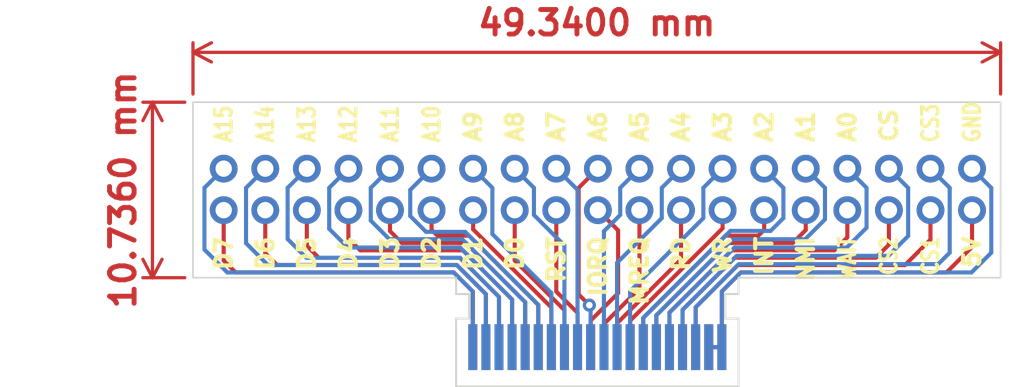
<source format=kicad_pcb>
(kicad_pcb (version 20221018) (generator pcbnew)
  (layers (0 "F.Cu" signal) (31 "B.Cu" signal) (34 "B.Paste" user) (35 "F.Paste" user) (36 "B.SilkS" user "B.Silkscreen") (37 "F.SilkS" user "F.Silkscreen") (38 "B.Mask" user) (39 "F.Mask" user) (44 "Edge.Cuts" user))
  (net 0 "")
  (net 1 "/D7")
  (net 2 "/D6")
  (net 3 "/D5")
  (net 4 "/D4")
  (net 5 "/D3")
  (net 6 "/D2")
  (net 7 "/D1")
  (net 8 "/D0")
  (net 9 "/RST")
  (net 10 "/IORQ")
  (net 11 "/MREQ")
  (net 12 "/RD")
  (net 13 "/WR")
  (net 14 "/INT")
  (net 15 "/NMI")
  (net 16 "/WAIT")
  (net 17 "/IO-CS2")
  (net 18 "/IO-CS1")
  (net 19 "+5V")
  (net 20 "/A15")
  (net 21 "/A14")
  (net 22 "/A13")
  (net 23 "/A12")
  (net 24 "/A11")
  (net 25 "/A10")
  (net 26 "/A9")
  (net 27 "/A8")
  (net 28 "/A7")
  (net 29 "/A6")
  (net 30 "/A5")
  (net 31 "/A4")
  (net 32 "/A3")
  (net 33 "/A2")
  (net 34 "/A1")
  (net 35 "/A0")
  (net 36 "/CS")
  (net 37 "/IO-CS3")
  (net 38 "GND")
  (footprint "Connector_PinHeader_2.54mm:PinHeader_2x19_P2.54mm_Vertical" (layer "F.Cu") (at 82.076 97.536 90)
    (fp_text reference "J2" hide)
    (fp_text value "Conn_02x19_Top_Bottom")
    (pad "1" thru_hole circle (at 0 0 90) (size 1.7 1.7) (drill 1) (layers "*.Cu" "*.Mask") (net 1 "/D7"))
    (pad "2" thru_hole oval (at 2.54 0 90) (size 1.7 1.7) (drill 1) (layers "*.Cu" "*.Mask") (net 20 "/A15"))
    (pad "3" thru_hole oval (at 0 2.54 90) (size 1.7 1.7) (drill 1) (layers "*.Cu" "*.Mask") (net 2 "/D6"))
    (pad "4" thru_hole oval (at 2.54 2.54 90) (size 1.7 1.7) (drill 1) (layers "*.Cu" "*.Mask") (net 21 "/A14"))
    (pad "5" thru_hole oval (at 0 5.08 90) (size 1.7 1.7) (drill 1) (layers "*.Cu" "*.Mask") (net 3 "/D5"))
    (pad "6" thru_hole oval (at 2.54 5.08 90) (size 1.7 1.7) (drill 1) (layers "*.Cu" "*.Mask") (net 22 "/A13"))
    (pad "7" thru_hole oval (at 0 7.62 90) (size 1.7 1.7) (drill 1) (layers "*.Cu" "*.Mask") (net 4 "/D4"))
    (pad "8" thru_hole oval (at 2.54 7.62 90) (size 1.7 1.7) (drill 1) (layers "*.Cu" "*.Mask") (net 23 "/A12"))
    (pad "9" thru_hole oval (at 0 10.16 90) (size 1.7 1.7) (drill 1) (layers "*.Cu" "*.Mask") (net 5 "/D3"))
    (pad "10" thru_hole oval (at 2.54 10.16 90) (size 1.7 1.7) (drill 1) (layers "*.Cu" "*.Mask") (net 24 "/A11"))
    (pad "11" thru_hole oval (at 0 12.7 90) (size 1.7 1.7) (drill 1) (layers "*.Cu" "*.Mask") (net 6 "/D2"))
    (pad "12" thru_hole oval (at 2.54 12.7 90) (size 1.7 1.7) (drill 1) (layers "*.Cu" "*.Mask") (net 25 "/A10"))
    (pad "13" thru_hole oval (at 0 15.24 90) (size 1.7 1.7) (drill 1) (layers "*.Cu" "*.Mask") (net 7 "/D1"))
    (pad "14" thru_hole oval (at 2.54 15.24 90) (size 1.7 1.7) (drill 1) (layers "*.Cu" "*.Mask") (net 26 "/A9"))
    (pad "15" thru_hole oval (at 0 17.78 90) (size 1.7 1.7) (drill 1) (layers "*.Cu" "*.Mask") (net 8 "/D0"))
    (pad "16" thru_hole oval (at 2.54 17.78 90) (size 1.7 1.7) (drill 1) (layers "*.Cu" "*.Mask") (net 27 "/A8"))
    (pad "17" thru_hole oval (at 0 20.32 90) (size 1.7 1.7) (drill 1) (layers "*.Cu" "*.Mask") (net 9 "/RST"))
    (pad "18" thru_hole oval (at 2.54 20.32 90) (size 1.7 1.7) (drill 1) (layers "*.Cu" "*.Mask") (net 28 "/A7"))
    (pad "19" thru_hole oval (at 0 22.86 90) (size 1.7 1.7) (drill 1) (layers "*.Cu" "*.Mask") (net 10 "/IORQ"))
    (pad "20" thru_hole oval (at 2.54 22.86 90) (size 1.7 1.7) (drill 1) (layers "*.Cu" "*.Mask") (net 29 "/A6"))
    (pad "21" thru_hole oval (at 0 25.4 90) (size 1.7 1.7) (drill 1) (layers "*.Cu" "*.Mask") (net 11 "/MREQ"))
    (pad "22" thru_hole oval (at 2.54 25.4 90) (size 1.7 1.7) (drill 1) (layers "*.Cu" "*.Mask") (net 30 "/A5"))
    (pad "23" thru_hole oval (at 0 27.94 90) (size 1.7 1.7) (drill 1) (layers "*.Cu" "*.Mask") (net 12 "/RD"))
    (pad "24" thru_hole oval (at 2.54 27.94 90) (size 1.7 1.7) (drill 1) (layers "*.Cu" "*.Mask") (net 31 "/A4"))
    (pad "25" thru_hole oval (at 0 30.48 90) (size 1.7 1.7) (drill 1) (layers "*.Cu" "*.Mask") (net 13 "/WR"))
    (pad "26" thru_hole oval (at 2.54 30.48 90) (size 1.7 1.7) (drill 1) (layers "*.Cu" "*.Mask") (net 32 "/A3"))
    (pad "27" thru_hole oval (at 0 33.02 90) (size 1.7 1.7) (drill 1) (layers "*.Cu" "*.Mask") (net 14 "/INT"))
    (pad "28" thru_hole oval (at 2.54 33.02 90) (size 1.7 1.7) (drill 1) (layers "*.Cu" "*.Mask") (net 33 "/A2"))
    (pad "29" thru_hole oval (at 0 35.56 90) (size 1.7 1.7) (drill 1) (layers "*.Cu" "*.Mask") (net 15 "/NMI"))
    (pad "30" thru_hole oval (at 2.54 35.56 90) (size 1.7 1.7) (drill 1) (layers "*.Cu" "*.Mask") (net 34 "/A1"))
    (pad "31" thru_hole oval (at 0 38.1 90) (size 1.7 1.7) (drill 1) (layers "*.Cu" "*.Mask") (net 16 "/WAIT"))
    (pad "32" thru_hole oval (at 2.54 38.1 90) (size 1.7 1.7) (drill 1) (layers "*.Cu" "*.Mask") (net 35 "/A0"))
    (pad "33" thru_hole oval (at 0 40.64 90) (size 1.7 1.7) (drill 1) (layers "*.Cu" "*.Mask") (net 17 "/IO-CS2"))
    (pad "34" thru_hole oval (at 2.54 40.64 90) (size 1.7 1.7) (drill 1) (layers "*.Cu" "*.Mask") (net 36 "/CS"))
    (pad "35" thru_hole oval (at 0 43.18 90) (size 1.7 1.7) (drill 1) (layers "*.Cu" "*.Mask") (net 18 "/IO-CS1"))
    (pad "36" thru_hole oval (at 2.54 43.18 90) (size 1.7 1.7) (drill 1) (layers "*.Cu" "*.Mask") (net 37 "/IO-CS3"))
    (pad "37" thru_hole oval (at 0 45.72 90) (size 1.7 1.7) (drill 1) (layers "*.Cu" "*.Mask") (net 19 "+5V"))
    (pad "38" thru_hole oval (at 2.54 45.72 90) (size 1.7 1.7) (drill 1) (layers "*.Cu" "*.Mask") (net 38 "GND"))
  )
  (footprint "Connector_Edge:40-pin-edgeconnector" (layer "F.Cu") (at 104.902 103.378)
    (fp_text reference "J1" hide)
    (fp_text value "Conn_02x20_Top_Bottom" hide)
    (fp_line (start -8.625 -0.71) (end -8.625 -1.71) (stroke (width 0.12)) (layer "Edge.Cuts"))
    (fp_line (start -8.625 0.79) (end -7.825 0.79) (stroke (width 0.12)) (layer "Edge.Cuts"))
    (fp_line (start -8.625 4.94) (end -8.625 0.79) (stroke (width 0.12)) (layer "Edge.Cuts"))
    (fp_line (start -8.625 4.94) (end 8.625 4.94) (stroke (width 0.12)) (layer "Edge.Cuts"))
    (fp_line (start -7.825 -0.71) (end -8.625 -0.71) (stroke (width 0.12)) (layer "Edge.Cuts"))
    (fp_line (start -7.825 0.79) (end -7.825 -0.71) (stroke (width 0.12)) (layer "Edge.Cuts"))
    (fp_line (start 7.825 -0.71) (end 8.625 -0.71) (stroke (width 0.12)) (layer "Edge.Cuts"))
    (fp_line (start 7.825 0.79) (end 7.825 -0.71) (stroke (width 0.12)) (layer "Edge.Cuts"))
    (fp_line (start 8.625 -0.71) (end 8.625 -1.71) (stroke (width 0.12)) (layer "Edge.Cuts"))
    (fp_line (start 8.625 0.79) (end 7.825 0.79) (stroke (width 0.12)) (layer "Edge.Cuts"))
    (fp_line (start 8.625 4.94) (end 8.625 0.79) (stroke (width 0.12)) (layer "Edge.Cuts"))
    (pad "1" smd rect (at -7.605 2.54 90) (size 2.8 0.55) (layers "F.Cu" "F.Paste" "F.Mask") (net 1 "/D7"))
    (pad "2" smd rect (at -6.805 2.54 90) (size 2.8 0.55) (layers "F.Cu" "F.Paste" "F.Mask") (net 2 "/D6"))
    (pad "3" smd rect (at -6.005 2.54 90) (size 2.8 0.55) (layers "F.Cu" "F.Paste" "F.Mask") (net 3 "/D5"))
    (pad "4" smd rect (at -5.205 2.54 90) (size 2.8 0.55) (layers "F.Cu" "F.Paste" "F.Mask") (net 4 "/D4"))
    (pad "5" smd rect (at -4.405 2.54 90) (size 2.8 0.55) (layers "F.Cu" "F.Paste" "F.Mask") (net 5 "/D3"))
    (pad "6" smd rect (at -3.605 2.54 90) (size 2.8 0.55) (layers "F.Cu" "F.Paste" "F.Mask") (net 6 "/D2"))
    (pad "7" smd rect (at -2.805 2.54 90) (size 2.8 0.55) (layers "F.Cu" "F.Paste" "F.Mask") (net 7 "/D1"))
    (pad "8" smd rect (at -2.005 2.54 90) (size 2.8 0.55) (layers "F.Cu" "F.Paste" "F.Mask") (net 8 "/D0"))
    (pad "9" smd rect (at -1.205 2.54 90) (size 2.8 0.55) (layers "F.Cu" "F.Paste" "F.Mask") (net 9 "/RST"))
    (pad "10" smd rect (at -0.405 2.54 90) (size 2.8 0.55) (layers "F.Cu" "F.Paste" "F.Mask") (net 10 "/IORQ"))
    (pad "11" smd rect (at 0.41 2.54 90) (size 2.8 0.55) (layers "F.Cu" "F.Paste" "F.Mask") (net 11 "/MREQ"))
    (pad "12" smd rect (at 1.21 2.54 90) (size 2.8 0.55) (layers "F.Cu" "F.Paste" "F.Mask") (net 12 "/RD"))
    (pad "13" smd rect (at 2.01 2.54 90) (size 2.8 0.55) (layers "F.Cu" "F.Paste" "F.Mask") (net 13 "/WR"))
    (pad "14" smd rect (at 2.81 2.54 90) (size 2.8 0.55) (layers "F.Cu" "F.Paste" "F.Mask") (net 14 "/INT"))
    (pad "15" smd rect (at 3.61 2.54 90) (size 2.8 0.55) (layers "F.Cu" "F.Paste" "F.Mask") (net 15 "/NMI"))
    (pad "16" smd rect (at 4.41 2.54 90) (size 2.8 0.55) (layers "F.Cu" "F.Paste" "F.Mask") (net 16 "/WAIT"))
    (pad "17" smd rect (at 5.21 2.54 90) (size 2.8 0.55) (layers "F.Cu" "F.Paste" "F.Mask") (net 17 "/IO-CS2"))
    (pad "18" smd rect (at 6.01 2.54 90) (size 2.8 0.55) (layers "F.Cu" "F.Paste" "F.Mask") (net 18 "/IO-CS1"))
    (pad "19" smd rect (at 6.81 2.54 90) (size 2.8 0.55) (layers "F.Cu" "F.Paste" "F.Mask") (net 19 "+5V"))
    (pad "20" smd rect (at 7.61 2.54 90) (size 2.8 0.55) (layers "F.Cu" "F.Paste" "F.Mask") (net 19 "+5V"))
    (pad "21" smd rect (at -7.61 2.54 270) (size 2.8 0.55) (layers "B.Cu" "B.Paste" "B.Mask") (net 20 "/A15"))
    (pad "22" smd rect (at -6.81 2.54 270) (size 2.8 0.55) (layers "B.Cu" "B.Paste" "B.Mask") (net 21 "/A14"))
    (pad "23" smd rect (at -6.01 2.54 270) (size 2.8 0.55) (layers "B.Cu" "B.Paste" "B.Mask") (net 22 "/A13"))
    (pad "24" smd rect (at -5.21 2.54 270) (size 2.8 0.55) (layers "B.Cu" "B.Paste" "B.Mask") (net 23 "/A12"))
    (pad "25" smd rect (at -4.41 2.54 270) (size 2.8 0.55) (layers "B.Cu" "B.Paste" "B.Mask") (net 24 "/A11"))
    (pad "26" smd rect (at -3.61 2.54 270) (size 2.8 0.55) (layers "B.Cu" "B.Paste" "B.Mask") (net 25 "/A10"))
    (pad "27" smd rect (at -2.81 2.54 270) (size 2.8 0.55) (layers "B.Cu" "B.Paste" "B.Mask") (net 26 "/A9"))
    (pad "28" smd rect (at -2.01 2.54 270) (size 2.8 0.55) (layers "B.Cu" "B.Paste" "B.Mask") (net 27 "/A8"))
    (pad "29" smd rect (at -1.21 2.54 270) (size 2.8 0.55) (layers "B.Cu" "B.Paste" "B.Mask") (net 28 "/A7"))
    (pad "30" smd rect (at -0.41 2.54 270) (size 2.8 0.55) (layers "B.Cu" "B.Paste" "B.Mask") (net 29 "/A6"))
    (pad "31" smd rect (at 0.405 2.54 270) (size 2.8 0.55) (layers "B.Cu" "B.Paste" "B.Mask") (net 30 "/A5"))
    (pad "32" smd rect (at 1.205 2.54 270) (size 2.8 0.55) (layers "B.Cu" "B.Paste" "B.Mask") (net 31 "/A4"))
    (pad "33" smd rect (at 2.005 2.54 270) (size 2.8 0.55) (layers "B.Cu" "B.Paste" "B.Mask") (net 32 "/A3"))
    (pad "34" smd rect (at 2.805 2.54 270) (size 2.8 0.55) (layers "B.Cu" "B.Paste" "B.Mask") (net 33 "/A2"))
    (pad "35" smd rect (at 3.605 2.54 270) (size 2.8 0.55) (layers "B.Cu" "B.Paste" "B.Mask") (net 34 "/A1"))
    (pad "36" smd rect (at 4.405 2.54 270) (size 2.8 0.55) (layers "B.Cu" "B.Paste" "B.Mask") (net 35 "/A0"))
    (pad "37" smd rect (at 5.205 2.54 270) (size 2.8 0.55) (layers "B.Cu" "B.Paste" "B.Mask") (net 36 "/CS"))
    (pad "38" smd rect (at 6.005 2.54 270) (size 2.8 0.55) (layers "B.Cu" "B.Paste" "B.Mask") (net 37 "/IO-CS3"))
    (pad "39" smd rect (at 6.805 2.54 270) (size 2.8 0.55) (layers "B.Cu" "B.Paste" "B.Mask") (net 38 "GND"))
    (pad "40" smd rect (at 7.605 2.54 270) (size 2.8 0.55) (layers "B.Cu" "B.Paste" "B.Mask") (net 38 "GND"))
  )
  (gr_line (start 129.54 101.668) (end 129.54 90.932) (stroke (width 0.1)) (layer "Edge.Cuts"))
  (gr_line (start 113.527 101.668) (end 129.54 101.668) (stroke (width 0.1)) (layer "Edge.Cuts"))
  (gr_line (start 80.2 101.668) (end 80.2 90.932) (stroke (width 0.1)) (layer "Edge.Cuts"))
  (gr_line (start 80.2 90.932) (end 129.54 90.932) (stroke (width 0.1)) (layer "Edge.Cuts"))
  (gr_line (start 96.277 101.668) (end 80.2 101.668) (stroke (width 0.1)) (layer "Edge.Cuts"))
  (gr_text "D0" (at 99.856 99.036 90) (layer "F.SilkS") (effects (font (size 1 1) (thickness 0.25) bold) (justify right)))
  (gr_text "A12" (at 89.696 93.496 90) (layer "F.SilkS") (effects (font (size 1 0.8) (thickness 0.2) bold) (justify left)))
  (gr_text "D1" (at 97.316 99.036 90) (layer "F.SilkS") (effects (font (size 1 1) (thickness 0.25) bold) (justify right)))
  (gr_text "CS3" (at 125.256 93.496 90) (layer "F.SilkS") (effects (font (size 1 0.8) (thickness 0.2) bold) (justify left)))
  (gr_text "WAIT" (at 120.176 99.036 90) (layer "F.SilkS") (effects (font (size 1 0.8) (thickness 0.2) bold) (justify right)))
  (gr_text "A5" (at 107.476 93.496 90) (layer "F.SilkS") (effects (font (size 1 1) (thickness 0.25) bold) (justify left)))
  (gr_text "WR" (at 112.556 99.036 90) (layer "F.SilkS") (effects (font (size 1 1) (thickness 0.25) bold) (justify right)))
  (gr_text "MREQ" (at 107.476 99.036 90) (layer "F.SilkS") (effects (font (size 1 1) (thickness 0.25) bold) (justify right)))
  (gr_text "CS1" (at 125.256 99.036 90) (layer "F.SilkS") (effects (font (size 1 0.8) (thickness 0.2) bold) (justify right)))
  (gr_text "D6" (at 84.616 99.036 90) (layer "F.SilkS") (effects (font (size 1 1) (thickness 0.25) bold) (justify right)))
  (gr_text "D7" (at 82.076 99.036 90) (layer "F.SilkS") (effects (font (size 1 1) (thickness 0.25) bold) (justify right)))
  (gr_text "D4" (at 89.696 99.036 90) (layer "F.SilkS") (effects (font (size 1 1) (thickness 0.25) bold) (justify right)))
  (gr_text "5V" (at 127.796 99.036 90) (layer "F.SilkS") (effects (font (size 1 1) (thickness 0.25) bold) (justify right)))
  (gr_text "RST" (at 102.396 99.036 90) (layer "F.SilkS") (effects (font (size 1 1) (thickness 0.25) bold) (justify right)))
  (gr_text "A13" (at 87.156 93.496 90) (layer "F.SilkS") (effects (font (size 1 0.8) (thickness 0.2) bold) (justify left)))
  (gr_text "RD" (at 110.016 99.036 90) (layer "F.SilkS") (effects (font (size 1 1) (thickness 0.25) bold) (justify right)))
  (gr_text "CS" (at 122.716 93.496 90) (layer "F.SilkS") (effects (font (size 1 1) (thickness 0.25) bold) (justify left)))
  (gr_text "INT" (at 115.096 99.036 90) (layer "F.SilkS") (effects (font (size 1 1) (thickness 0.25) bold) (justify right)))
  (gr_text "A3" (at 112.556 93.496 90) (layer "F.SilkS") (effects (font (size 1 1) (thickness 0.25) bold) (justify left)))
  (gr_text "NMI" (at 117.636 99.036 90) (layer "F.SilkS") (effects (font (size 1 1) (thickness 0.25) bold) (justify right)))
  (gr_text "A8" (at 99.856 93.496 90) (layer "F.SilkS") (effects (font (size 1 1) (thickness 0.25) bold) (justify left)))
  (gr_text "A10" (at 94.776 93.496 90) (layer "F.SilkS") (effects (font (size 1 0.8) (thickness 0.2) bold) (justify left)))
  (gr_text "D3" (at 92.236 99.036 90) (layer "F.SilkS") (effects (font (size 1 1) (thickness 0.25) bold) (justify right)))
  (gr_text "D5" (at 87.156 99.036 90) (layer "F.SilkS") (effects (font (size 1 1) (thickness 0.25) bold) (justify right)))
  (gr_text "GND" (at 127.796 93.496 90) (layer "F.SilkS") (effects (font (size 1 0.8) (thickness 0.2) bold) (justify left)))
  (gr_text "A11" (at 92.236 93.496 90) (layer "F.SilkS") (effects (font (size 1 0.8) (thickness 0.2) bold) (justify left)))
  (gr_text "A9" (at 97.316 93.496 90) (layer "F.SilkS") (effects (font (size 1 1) (thickness 0.25) bold) (justify left)))
  (gr_text "A14" (at 84.616 93.496 90) (layer "F.SilkS") (effects (font (size 1 0.8) (thickness 0.2) bold) (justify left)))
  (gr_text "A1" (at 117.636 93.496 90) (layer "F.SilkS") (effects (font (size 1 1) (thickness 0.25) bold) (justify left)))
  (gr_text "IORQ" (at 104.936 99.036 90) (layer "F.SilkS") (effects (font (size 1 1) (thickness 0.25) bold) (justify right)))
  (gr_text "A6" (at 104.936 93.496 90) (layer "F.SilkS") (effects (font (size 1 1) (thickness 0.25) bold) (justify left)))
  (gr_text "D2" (at 94.776 99.036 90) (layer "F.SilkS") (effects (font (size 1 1) (thickness 0.25) bold) (justify right)))
  (gr_text "A2" (at 115.096 93.496 90) (layer "F.SilkS") (effects (font (size 1 1) (thickness 0.25) bold) (justify left)))
  (gr_text "A15" (at 82.076 93.496 90) (layer "F.SilkS") (effects (font (size 1 0.8) (thickness 0.2) bold) (justify left)))
  (gr_text "A7" (at 102.396 93.496 90) (layer "F.SilkS") (effects (font (size 1 1) (thickness 0.25) bold) (justify left)))
  (gr_text "A4" (at 110.016 93.496 90) (layer "F.SilkS") (effects (font (size 1 1) (thickness 0.25) bold) (justify left)))
  (gr_text "A0" (at 120.176 93.496 90) (layer "F.SilkS") (effects (font (size 1 1) (thickness 0.25) bold) (justify left)))
  (gr_text "CS2" (at 122.716 99.036 90) (layer "F.SilkS") (effects (font (size 1 0.8) (thickness 0.2) bold) (justify right)))
  (dimension (type aligned) (layer "F.Cu") (pts (xy 80.2 90.932) (xy 80.2 101.668)) (height 2.476) (gr_text "10.7360 mm" (at 75.924 96.3 90) (layer "F.Cu") (effects (font (size 1.5 1.5) (thickness 0.3)))) (format (prefix "") (suffix "") (units 3) (units_format 1) (precision 4)) (style (thickness 0.2) (arrow_length 1.27) (text_position_mode 0) (extension_height 0.58642) (extension_offset 0.5) keep_text_aligned))
  (dimension (type aligned) (layer "F.Cu") (pts (xy 129.54 90.932) (xy 80.2 90.932)) (height 3.047999) (gr_text "49.3400 mm" (at 104.87 86.084001) (layer "F.Cu") (effects (font (size 1.5 1.5) (thickness 0.3)))) (format (prefix "") (suffix "") (units 3) (units_format 1) (precision 4)) (style (thickness 0.2) (arrow_length 1.27) (text_position_mode 0) (extension_height 0.58642) (extension_offset 0.5) keep_text_aligned))
  (segment (start 82.076 97.536) (end 82.076 100.618) (width 0.25) (layer "F.Cu") (net 1))
  (segment (start 97.297 102.511223) (end 97.297 105.918) (width 0.25) (layer "F.Cu") (net 1))
  (segment (start 82.804 101.346) (end 96.131777 101.346) (width 0.25) (layer "F.Cu") (net 1))
  (segment (start 82.076 100.618) (end 82.804 101.346) (width 0.25) (layer "F.Cu") (net 1))
  (segment (start 96.131777 101.346) (end 97.297 102.511223) (width 0.25) (layer "F.Cu") (net 1))
  (segment (start 84.616 97.536) (end 84.616 100.168) (width 0.25) (layer "F.Cu") (net 2))
  (segment (start 96.318173 100.896) (end 98.097 102.674827) (width 0.25) (layer "F.Cu") (net 2))
  (segment (start 84.616 100.168) (end 85.344 100.896) (width 0.25) (layer "F.Cu") (net 2))
  (segment (start 85.344 100.896) (end 96.318173 100.896) (width 0.25) (layer "F.Cu") (net 2))
  (segment (start 98.097 102.674827) (end 98.097 105.918) (width 0.25) (layer "F.Cu") (net 2))
  (segment (start 87.156 99.718) (end 87.884 100.446) (width 0.25) (layer "F.Cu") (net 3))
  (segment (start 98.897 102.838431) (end 98.897 105.918) (width 0.25) (layer "F.Cu") (net 3))
  (segment (start 96.504569 100.446) (end 98.897 102.838431) (width 0.25) (layer "F.Cu") (net 3))
  (segment (start 87.156 97.536) (end 87.156 99.718) (width 0.25) (layer "F.Cu") (net 3))
  (segment (start 87.884 100.446) (end 96.504569 100.446) (width 0.25) (layer "F.Cu") (net 3))
  (segment (start 90.424 99.996) (end 96.690965 99.996) (width 0.25) (layer "F.Cu") (net 4))
  (segment (start 89.696 97.536) (end 89.696 99.268) (width 0.25) (layer "F.Cu") (net 4))
  (segment (start 89.696 99.268) (end 90.424 99.996) (width 0.25) (layer "F.Cu") (net 4))
  (segment (start 96.690965 99.996) (end 99.697 103.002035) (width 0.25) (layer "F.Cu") (net 4))
  (segment (start 99.697 103.002035) (end 99.697 105.918) (width 0.25) (layer "F.Cu") (net 4))
  (segment (start 92.964 99.546) (end 96.877361 99.546) (width 0.25) (layer "F.Cu") (net 5))
  (segment (start 92.236 98.818) (end 92.964 99.546) (width 0.25) (layer "F.Cu") (net 5))
  (segment (start 92.236 97.536) (end 92.236 98.818) (width 0.25) (layer "F.Cu") (net 5))
  (segment (start 100.497 103.165639) (end 100.497 105.918) (width 0.25) (layer "F.Cu") (net 5))
  (segment (start 96.877361 99.546) (end 100.497 103.165639) (width 0.25) (layer "F.Cu") (net 5))
  (segment (start 97.063757 99.096) (end 101.297 103.329243) (width 0.25) (layer "F.Cu") (net 6))
  (segment (start 95.133919 99.096) (end 97.063757 99.096) (width 0.25) (layer "F.Cu") (net 6))
  (segment (start 94.776 98.738081) (end 95.133919 99.096) (width 0.25) (layer "F.Cu") (net 6))
  (segment (start 94.776 97.536) (end 94.776 98.738081) (width 0.25) (layer "F.Cu") (net 6))
  (segment (start 101.297 103.329243) (end 101.297 105.918) (width 0.25) (layer "F.Cu") (net 6))
  (segment (start 97.316 98.711847) (end 102.097 103.492847) (width 0.25) (layer "F.Cu") (net 7))
  (segment (start 97.316 97.536) (end 97.316 98.711847) (width 0.25) (layer "F.Cu") (net 7))
  (segment (start 102.097 103.492847) (end 102.097 105.918) (width 0.25) (layer "F.Cu") (net 7))
  (segment (start 102.897 103.656451) (end 102.897 105.918) (width 0.25) (layer "F.Cu") (net 8))
  (segment (start 99.856 97.536) (end 99.856 100.615451) (width 0.25) (layer "F.Cu") (net 8))
  (segment (start 99.856 100.615451) (end 102.897 103.656451) (width 0.25) (layer "F.Cu") (net 8))
  (segment (start 103.697 103.820055) (end 102.554472 102.677528) (width 0.25) (layer "F.Cu") (net 9))
  (segment (start 102.396 97.536) (end 102.396 102.519056) (width 0.25) (layer "F.Cu") (net 9))
  (segment (start 102.396 102.519056) (end 102.554472 102.677528) (width 0.25) (layer "F.Cu") (net 9))
  (segment (start 103.697 105.918) (end 103.697 103.820055) (width 0.25) (layer "F.Cu") (net 9))
  (segment (start 104.497 104.291) (end 106.172 102.616) (width 0.25) (layer "F.Cu") (net 10))
  (segment (start 106.172 98.772) (end 104.936 97.536) (width 0.25) (layer "F.Cu") (net 10))
  (segment (start 104.497 105.918) (end 104.497 104.291) (width 0.25) (layer "F.Cu") (net 10))
  (segment (start 106.172 102.616) (end 106.172 98.772) (width 0.25) (layer "F.Cu") (net 10))
  (segment (start 107.476 102.328) (end 107.476 97.536) (width 0.25) (layer "F.Cu") (net 11))
  (segment (start 105.312 104.492) (end 107.476 102.328) (width 0.25) (layer "F.Cu") (net 11))
  (segment (start 105.312 105.918) (end 105.312 104.492) (width 0.25) (layer "F.Cu") (net 11))
  (segment (start 106.112 104.451451) (end 110.016 100.547451) (width 0.25) (layer "F.Cu") (net 12))
  (segment (start 106.112 105.918) (end 106.112 104.451451) (width 0.25) (layer "F.Cu") (net 12))
  (segment (start 110.016 100.547451) (end 110.016 97.536) (width 0.25) (layer "F.Cu") (net 12))
  (segment (start 112.556 97.536) (end 112.556 98.643847) (width 0.25) (layer "F.Cu") (net 13))
  (segment (start 106.912 104.287847) (end 106.912 105.918) (width 0.25) (layer "F.Cu") (net 13))
  (segment (start 112.556 98.643847) (end 106.912 104.287847) (width 0.25) (layer "F.Cu") (net 13))
  (segment (start 112.740243 99.096) (end 107.712 104.124243) (width 0.25) (layer "F.Cu") (net 14))
  (segment (start 115.096 97.536) (end 115.096 98.738081) (width 0.25) (layer "F.Cu") (net 14))
  (segment (start 114.738081 99.096) (end 112.740243 99.096) (width 0.25) (layer "F.Cu") (net 14))
  (segment (start 115.096 98.738081) (end 114.738081 99.096) (width 0.25) (layer "F.Cu") (net 14))
  (segment (start 107.712 104.124243) (end 107.712 105.918) (width 0.25) (layer "F.Cu") (net 14))
  (segment (start 112.926639 99.546) (end 108.512 103.960639) (width 0.25) (layer "F.Cu") (net 15))
  (segment (start 117.636 98.75) (end 116.84 99.546) (width 0.25) (layer "F.Cu") (net 15))
  (segment (start 116.84 99.546) (end 112.926639 99.546) (width 0.25) (layer "F.Cu") (net 15))
  (segment (start 117.636 97.536) (end 117.636 98.75) (width 0.25) (layer "F.Cu") (net 15))
  (segment (start 108.512 103.960639) (end 108.512 105.918) (width 0.25) (layer "F.Cu") (net 15))
  (segment (start 120.176 99.2) (end 119.38 99.996) (width 0.25) (layer "F.Cu") (net 16))
  (segment (start 109.312 103.797035) (end 109.312 105.918) (width 0.25) (layer "F.Cu") (net 16))
  (segment (start 120.176 97.536) (end 120.176 99.2) (width 0.25) (layer "F.Cu") (net 16))
  (segment (start 119.38 99.996) (end 113.113035 99.996) (width 0.25) (layer "F.Cu") (net 16))
  (segment (start 113.113035 99.996) (end 109.312 103.797035) (width 0.25) (layer "F.Cu") (net 16))
  (segment (start 110.112 103.633431) (end 110.112 105.918) (width 0.25) (layer "F.Cu") (net 17))
  (segment (start 113.299431 100.446) (end 110.112 103.633431) (width 0.25) (layer "F.Cu") (net 17))
  (segment (start 121.92 100.446) (end 113.299431 100.446) (width 0.25) (layer "F.Cu") (net 17))
  (segment (start 122.716 99.65) (end 121.92 100.446) (width 0.25) (layer "F.Cu") (net 17))
  (segment (start 122.716 97.536) (end 122.716 99.65) (width 0.25) (layer "F.Cu") (net 17))
  (segment (start 125.256 99.338) (end 125.256 97.536) (width 0.25) (layer "F.Cu") (net 18))
  (segment (start 113.485827 100.896) (end 123.698 100.896) (width 0.25) (layer "F.Cu") (net 18))
  (segment (start 123.698 100.896) (end 125.256 99.338) (width 0.25) (layer "F.Cu") (net 18))
  (segment (start 110.912 105.918) (end 110.912 103.469827) (width 0.25) (layer "F.Cu") (net 18))
  (segment (start 110.912 103.469827) (end 113.485827 100.896) (width 0.25) (layer "F.Cu") (net 18))
  (segment (start 112.512 105.918) (end 111.712 105.918) (width 0.25) (layer "F.Cu") (net 19))
  (segment (start 126.238 101.346) (end 127.796 99.788) (width 0.25) (layer "F.Cu") (net 19))
  (segment (start 127.796 99.788) (end 127.796 97.536) (width 0.25) (layer "F.Cu") (net 19))
  (segment (start 112.512 105.918) (end 112.512 102.506223) (width 0.25) (layer "F.Cu") (net 19))
  (segment (start 113.672223 101.346) (end 126.238 101.346) (width 0.25) (layer "F.Cu") (net 19))
  (segment (start 112.512 102.506223) (end 113.672223 101.346) (width 0.25) (layer "F.Cu") (net 19))
  (segment (start 97.292 102.506223) (end 96.131777 101.346) (width 0.25) (layer "B.Cu") (net 20))
  (segment (start 97.292 105.918) (end 97.292 102.506223) (width 0.25) (layer "B.Cu") (net 20))
  (segment (start 80.901 99.951) (end 80.901 96.171) (width 0.25) (layer "B.Cu") (net 20))
  (segment (start 96.131777 101.346) (end 82.296 101.346) (width 0.25) (layer "B.Cu") (net 20))
  (segment (start 82.296 101.346) (end 80.901 99.951) (width 0.25) (layer "B.Cu") (net 20))
  (segment (start 80.901 96.171) (end 82.076 94.996) (width 0.25) (layer "B.Cu") (net 20))
  (segment (start 84.778 100.896) (end 83.441 99.559) (width 0.25) (layer "B.Cu") (net 21))
  (segment (start 96.318173 100.896) (end 84.778 100.896) (width 0.25) (layer "B.Cu") (net 21))
  (segment (start 83.441 96.171) (end 84.616 94.996) (width 0.25) (layer "B.Cu") (net 21))
  (segment (start 98.092 102.669827) (end 96.318173 100.896) (width 0.25) (layer "B.Cu") (net 21))
  (segment (start 83.441 99.559) (end 83.441 96.171) (width 0.25) (layer "B.Cu") (net 21))
  (segment (start 98.092 105.918) (end 98.092 102.669827) (width 0.25) (layer "B.Cu") (net 21))
  (segment (start 96.504569 100.446) (end 87.122 100.446) (width 0.25) (layer "B.Cu") (net 22))
  (segment (start 85.981 99.305) (end 85.981 96.171) (width 0.25) (layer "B.Cu") (net 22))
  (segment (start 98.892 102.833431) (end 96.504569 100.446) (width 0.25) (layer "B.Cu") (net 22))
  (segment (start 87.122 100.446) (end 85.981 99.305) (width 0.25) (layer "B.Cu") (net 22))
  (segment (start 85.981 96.171) (end 87.156 94.996) (width 0.25) (layer "B.Cu") (net 22))
  (segment (start 98.892 105.918) (end 98.892 102.833431) (width 0.25) (layer "B.Cu") (net 22))
  (segment (start 99.692 102.997035) (end 96.516965 99.822) (width 0.25) (layer "B.Cu") (net 23))
  (segment (start 96.516965 99.822) (end 89.662 99.822) (width 0.25) (layer "B.Cu") (net 23))
  (segment (start 99.692 105.918) (end 99.692 102.997035) (width 0.25) (layer "B.Cu") (net 23))
  (segment (start 88.521 98.681) (end 88.521 96.171) (width 0.25) (layer "B.Cu") (net 23))
  (segment (start 88.521 96.171) (end 89.696 94.996) (width 0.25) (layer "B.Cu") (net 23))
  (segment (start 89.662 99.822) (end 88.521 98.681) (width 0.25) (layer "B.Cu") (net 23))
  (segment (start 100.492 103.160639) (end 96.645361 99.314) (width 0.25) (layer "B.Cu") (net 24))
  (segment (start 91.061 98.173) (end 91.061 96.171) (width 0.25) (layer "B.Cu") (net 24))
  (segment (start 96.645361 99.314) (end 92.202 99.314) (width 0.25) (layer "B.Cu") (net 24))
  (segment (start 92.202 99.314) (end 91.061 98.173) (width 0.25) (layer "B.Cu") (net 24))
  (segment (start 100.492 105.918) (end 100.492 103.160639) (width 0.25) (layer "B.Cu") (net 24))
  (segment (start 91.061 96.171) (end 92.236 94.996) (width 0.25) (layer "B.Cu") (net 24))
  (segment (start 101.292 105.918) (end 101.292 103.324243) (width 0.25) (layer "B.Cu") (net 25))
  (segment (start 94.442299 98.864) (end 93.472 97.893701) (width 0.25) (layer "B.Cu") (net 25))
  (segment (start 101.292 103.324243) (end 96.831757 98.864) (width 0.25) (layer "B.Cu") (net 25))
  (segment (start 93.472 96.3) (end 94.776 94.996) (width 0.25) (layer "B.Cu") (net 25))
  (segment (start 96.831757 98.864) (end 94.442299 98.864) (width 0.25) (layer "B.Cu") (net 25))
  (segment (start 93.472 97.893701) (end 93.472 96.3) (width 0.25) (layer "B.Cu") (net 25))
  (segment (start 102.092 105.918) (end 102.092 102.6) (width 0.25) (layer "B.Cu") (net 26))
  (segment (start 98.491 98.999) (end 98.491 96.171) (width 0.25) (layer "B.Cu") (net 26))
  (segment (start 102.092 102.6) (end 98.491 98.999) (width 0.25) (layer "B.Cu") (net 26))
  (segment (start 98.491 96.171) (end 97.316 94.996) (width 0.25) (layer "B.Cu") (net 26))
  (segment (start 101.031 97.832701) (end 101.031 96.171) (width 0.25) (layer "B.Cu") (net 27))
  (segment (start 101.031 96.171) (end 99.856 94.996) (width 0.25) (layer "B.Cu") (net 27))
  (segment (start 102.892 105.918) (end 102.892 99.693701) (width 0.25) (layer "B.Cu") (net 27))
  (segment (start 102.892 99.693701) (end 101.031 97.832701) (width 0.25) (layer "B.Cu") (net 27))
  (segment (start 103.692 96.292) (end 102.396 94.996) (width 0.25) (layer "B.Cu") (net 28))
  (segment (start 103.692 105.918) (end 103.692 96.292) (width 0.25) (layer "B.Cu") (net 28))
  (segment (start 103.761 102.692239) (end 103.761 96.171) (width 0.25) (layer "F.Cu") (net 29))
  (segment (start 104.416081 103.34732) (end 103.761 102.692239) (width 0.25) (layer "F.Cu") (net 29))
  (segment (start 103.761 96.171) (end 104.936 94.996) (width 0.25) (layer "F.Cu") (net 29))
  (via (at 104.416081 103.34732) (size 0.8) (drill 0.4) (layers "F.Cu" "B.Cu") (net 29))
  (segment (start 104.492 103.423239) (end 104.416081 103.34732) (width 0.25) (layer "B.Cu") (net 29))
  (segment (start 104.492 105.918) (end 104.492 103.423239) (width 0.25) (layer "B.Cu") (net 29))
  (segment (start 105.307 98.826701) (end 106.301 97.832701) (width 0.25) (layer "B.Cu") (net 30))
  (segment (start 106.301 96.171) (end 107.476 94.996) (width 0.25) (layer "B.Cu") (net 30))
  (segment (start 105.307 105.918) (end 105.307 98.826701) (width 0.25) (layer "B.Cu") (net 30))
  (segment (start 106.301 97.832701) (end 106.301 96.171) (width 0.25) (layer "B.Cu") (net 30))
  (segment (start 108.841 98.022701) (end 108.841 96.171) (width 0.25) (layer "B.Cu") (net 31))
  (segment (start 108.841 96.171) (end 110.016 94.996) (width 0.25) (layer "B.Cu") (net 31))
  (segment (start 106.107 105.918) (end 106.107 100.756701) (width 0.25) (layer "B.Cu") (net 31))
  (segment (start 106.107 100.756701) (end 108.841 98.022701) (width 0.25) (layer "B.Cu") (net 31))
  (segment (start 106.907 102.496701) (end 111.381 98.022701) (width 0.25) (layer "B.Cu") (net 32))
  (segment (start 106.907 105.918) (end 106.907 102.496701) (width 0.25) (layer "B.Cu") (net 32))
  (segment (start 111.381 98.022701) (end 111.381 96.171) (width 0.25) (layer "B.Cu") (net 32))
  (segment (start 111.381 96.171) (end 112.556 94.996) (width 0.25) (layer "B.Cu") (net 32))
  (segment (start 116.271 96.171) (end 115.096 94.996) (width 0.25) (layer "B.Cu") (net 33))
  (segment (start 107.707 105.918) (end 107.707 104.129243) (width 0.25) (layer "B.Cu") (net 33))
  (segment (start 113.030243 98.806) (end 115.487701 98.806) (width 0.25) (layer "B.Cu") (net 33))
  (segment (start 115.487701 98.806) (end 116.271 98.022701) (width 0.25) (layer "B.Cu") (net 33))
  (segment (start 116.271 98.022701) (end 116.271 96.171) (width 0.25) (layer "B.Cu") (net 33))
  (segment (start 107.707 104.129243) (end 113.030243 98.806) (width 0.25) (layer "B.Cu") (net 33))
  (segment (start 118.811 98.105) (end 118.811 96.171) (width 0.25) (layer "B.Cu") (net 34))
  (segment (start 117.602 99.314) (end 118.811 98.105) (width 0.25) (layer "B.Cu") (net 34))
  (segment (start 118.811 96.171) (end 117.636 94.996) (width 0.25) (layer "B.Cu") (net 34))
  (segment (start 108.507 103.965639) (end 113.158639 99.314) (width 0.25) (layer "B.Cu") (net 34))
  (segment (start 108.507 105.918) (end 108.507 103.965639) (width 0.25) (layer "B.Cu") (net 34))
  (segment (start 113.158639 99.314) (end 117.602 99.314) (width 0.25) (layer "B.Cu") (net 34))
  (segment (start 121.351 96.171) (end 120.176 94.996) (width 0.25) (layer "B.Cu") (net 35))
  (segment (start 109.307 105.918) (end 109.307 103.802035) (width 0.25) (layer "B.Cu") (net 35))
  (segment (start 113.287035 99.822) (end 120.142 99.822) (width 0.25) (layer "B.Cu") (net 35))
  (segment (start 121.351 98.613) (end 121.351 96.171) (width 0.25) (layer "B.Cu") (net 35))
  (segment (start 109.307 103.802035) (end 113.287035 99.822) (width 0.25) (layer "B.Cu") (net 35))
  (segment (start 120.142 99.822) (end 121.351 98.613) (width 0.25) (layer "B.Cu") (net 35))
  (segment (start 110.107 103.638431) (end 113.415431 100.33) (width 0.25) (layer "B.Cu") (net 36))
  (segment (start 113.415431 100.33) (end 122.682 100.33) (width 0.25) (layer "B.Cu") (net 36))
  (segment (start 122.682 100.33) (end 123.891 99.121) (width 0.25) (layer "B.Cu") (net 36))
  (segment (start 123.891 96.171) (end 122.716 94.996) (width 0.25) (layer "B.Cu") (net 36))
  (segment (start 110.107 105.918) (end 110.107 103.638431) (width 0.25) (layer "B.Cu") (net 36))
  (segment (start 123.891 99.121) (end 123.891 96.171) (width 0.25) (layer "B.Cu") (net 36))
  (segment (start 113.543827 100.838) (end 125.73 100.838) (width 0.25) (layer "B.Cu") (net 37))
  (segment (start 110.907 105.918) (end 110.907 103.474827) (width 0.25) (layer "B.Cu") (net 37))
  (segment (start 125.256 94.996) (end 126.431 96.171) (width 0.25) (layer "B.Cu") (net 37))
  (segment (start 126.431 100.137) (end 125.73 100.838) (width 0.25) (layer "B.Cu") (net 37))
  (segment (start 110.907 103.474827) (end 113.543827 100.838) (width 0.25) (layer "B.Cu") (net 37))
  (segment (start 126.431 96.171) (end 126.431 100.137) (width 0.25) (layer "B.Cu") (net 37))
  (segment (start 128.971 96.171) (end 127.796 94.996) (width 0.25) (layer "B.Cu") (net 38))
  (segment (start 112.507 105.918) (end 112.507 102.511223) (width 0.25) (layer "B.Cu") (net 38))
  (segment (start 113.672223 101.346) (end 127.762 101.346) (width 0.25) (layer "B.Cu") (net 38))
  (segment (start 128.971 100.137) (end 128.971 96.171) (width 0.25) (layer "B.Cu") (net 38))
  (segment (start 112.507 105.918) (end 111.707 105.918) (width 0.25) (layer "B.Cu") (net 38))
  (segment (start 127.762 101.346) (end 128.971 100.137) (width 0.25) (layer "B.Cu") (net 38))
  (segment (start 112.507 102.511223) (end 113.672223 101.346) (width 0.25) (layer "B.Cu") (net 38))
)
</source>
